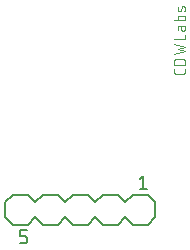
<source format=gto>
G04 EAGLE Gerber RS-274X export*
G75*
%MOMM*%
%FSLAX34Y34*%
%LPD*%
%INTop Silkscreen*%
%IPPOS*%
%AMOC8*
5,1,8,0,0,1.08239X$1,22.5*%
G01*
%ADD10C,0.076200*%
%ADD11C,0.152400*%
%ADD12C,0.127000*%


D10*
X177419Y156958D02*
X177419Y154869D01*
X177417Y154780D01*
X177411Y154692D01*
X177402Y154604D01*
X177389Y154516D01*
X177372Y154429D01*
X177352Y154343D01*
X177327Y154258D01*
X177300Y154173D01*
X177268Y154090D01*
X177234Y154009D01*
X177195Y153929D01*
X177154Y153851D01*
X177109Y153774D01*
X177061Y153700D01*
X177010Y153627D01*
X176956Y153557D01*
X176898Y153490D01*
X176838Y153424D01*
X176776Y153362D01*
X176710Y153302D01*
X176643Y153244D01*
X176573Y153190D01*
X176500Y153139D01*
X176426Y153091D01*
X176349Y153046D01*
X176271Y153005D01*
X176191Y152966D01*
X176110Y152932D01*
X176027Y152900D01*
X175942Y152873D01*
X175857Y152848D01*
X175771Y152828D01*
X175684Y152811D01*
X175596Y152798D01*
X175508Y152789D01*
X175420Y152783D01*
X175331Y152781D01*
X170109Y152781D01*
X170018Y152783D01*
X169927Y152789D01*
X169836Y152799D01*
X169746Y152813D01*
X169657Y152831D01*
X169568Y152852D01*
X169481Y152878D01*
X169395Y152907D01*
X169310Y152940D01*
X169226Y152977D01*
X169144Y153017D01*
X169065Y153061D01*
X168987Y153108D01*
X168911Y153159D01*
X168837Y153213D01*
X168766Y153270D01*
X168698Y153330D01*
X168632Y153393D01*
X168569Y153459D01*
X168509Y153527D01*
X168452Y153598D01*
X168398Y153672D01*
X168347Y153748D01*
X168300Y153825D01*
X168256Y153905D01*
X168216Y153987D01*
X168179Y154071D01*
X168146Y154155D01*
X168117Y154242D01*
X168091Y154329D01*
X168070Y154418D01*
X168052Y154507D01*
X168038Y154597D01*
X168028Y154688D01*
X168022Y154779D01*
X168020Y154870D01*
X168021Y154869D02*
X168021Y156958D01*
X168021Y160732D02*
X177419Y160732D01*
X168021Y160732D02*
X168021Y163342D01*
X168023Y163442D01*
X168029Y163542D01*
X168038Y163641D01*
X168052Y163741D01*
X168069Y163839D01*
X168090Y163937D01*
X168114Y164034D01*
X168143Y164130D01*
X168175Y164225D01*
X168210Y164318D01*
X168249Y164410D01*
X168292Y164501D01*
X168338Y164589D01*
X168388Y164676D01*
X168440Y164761D01*
X168496Y164844D01*
X168555Y164925D01*
X168618Y165003D01*
X168683Y165079D01*
X168751Y165153D01*
X168821Y165223D01*
X168895Y165291D01*
X168971Y165356D01*
X169049Y165419D01*
X169130Y165478D01*
X169213Y165534D01*
X169298Y165586D01*
X169385Y165636D01*
X169473Y165682D01*
X169564Y165725D01*
X169656Y165764D01*
X169749Y165799D01*
X169844Y165831D01*
X169940Y165860D01*
X170037Y165884D01*
X170135Y165905D01*
X170233Y165922D01*
X170333Y165936D01*
X170432Y165945D01*
X170532Y165951D01*
X170632Y165953D01*
X174808Y165953D01*
X174908Y165951D01*
X175008Y165945D01*
X175107Y165936D01*
X175207Y165922D01*
X175305Y165905D01*
X175403Y165884D01*
X175500Y165860D01*
X175596Y165831D01*
X175691Y165799D01*
X175784Y165764D01*
X175876Y165725D01*
X175967Y165682D01*
X176055Y165636D01*
X176142Y165586D01*
X176227Y165534D01*
X176310Y165478D01*
X176391Y165419D01*
X176469Y165356D01*
X176545Y165291D01*
X176619Y165223D01*
X176689Y165153D01*
X176757Y165079D01*
X176822Y165003D01*
X176885Y164925D01*
X176944Y164844D01*
X177000Y164761D01*
X177052Y164676D01*
X177102Y164589D01*
X177148Y164501D01*
X177191Y164410D01*
X177230Y164318D01*
X177265Y164225D01*
X177297Y164130D01*
X177326Y164034D01*
X177350Y163937D01*
X177371Y163839D01*
X177388Y163741D01*
X177402Y163641D01*
X177411Y163542D01*
X177417Y163442D01*
X177419Y163342D01*
X177419Y160732D01*
X177419Y171922D02*
X168021Y169833D01*
X171154Y174010D02*
X177419Y171922D01*
X177419Y176098D02*
X171154Y174010D01*
X168021Y178187D02*
X177419Y176098D01*
X177419Y182085D02*
X168021Y182085D01*
X177419Y182085D02*
X177419Y186262D01*
X173764Y191382D02*
X173764Y193731D01*
X173765Y191382D02*
X173767Y191298D01*
X173773Y191213D01*
X173783Y191130D01*
X173796Y191046D01*
X173814Y190964D01*
X173835Y190882D01*
X173860Y190801D01*
X173888Y190722D01*
X173921Y190644D01*
X173957Y190568D01*
X173996Y190493D01*
X174039Y190420D01*
X174085Y190349D01*
X174134Y190281D01*
X174186Y190215D01*
X174242Y190151D01*
X174300Y190090D01*
X174361Y190032D01*
X174425Y189976D01*
X174491Y189924D01*
X174559Y189875D01*
X174630Y189829D01*
X174703Y189786D01*
X174778Y189747D01*
X174854Y189711D01*
X174932Y189678D01*
X175011Y189650D01*
X175092Y189625D01*
X175174Y189604D01*
X175256Y189586D01*
X175340Y189573D01*
X175423Y189563D01*
X175508Y189557D01*
X175592Y189555D01*
X175676Y189557D01*
X175761Y189563D01*
X175844Y189573D01*
X175928Y189586D01*
X176010Y189604D01*
X176092Y189625D01*
X176173Y189650D01*
X176252Y189678D01*
X176330Y189711D01*
X176406Y189747D01*
X176481Y189786D01*
X176554Y189829D01*
X176625Y189875D01*
X176693Y189924D01*
X176759Y189976D01*
X176823Y190032D01*
X176884Y190090D01*
X176942Y190151D01*
X176998Y190215D01*
X177050Y190281D01*
X177099Y190349D01*
X177145Y190420D01*
X177188Y190493D01*
X177227Y190568D01*
X177263Y190644D01*
X177296Y190722D01*
X177324Y190801D01*
X177349Y190882D01*
X177370Y190964D01*
X177388Y191046D01*
X177401Y191130D01*
X177411Y191213D01*
X177417Y191298D01*
X177419Y191382D01*
X177419Y193731D01*
X172720Y193731D01*
X172643Y193729D01*
X172567Y193723D01*
X172490Y193714D01*
X172414Y193701D01*
X172339Y193684D01*
X172265Y193664D01*
X172192Y193639D01*
X172121Y193612D01*
X172050Y193581D01*
X171982Y193546D01*
X171915Y193508D01*
X171850Y193467D01*
X171787Y193423D01*
X171727Y193376D01*
X171668Y193325D01*
X171613Y193272D01*
X171560Y193217D01*
X171509Y193158D01*
X171462Y193098D01*
X171418Y193035D01*
X171377Y192970D01*
X171339Y192903D01*
X171304Y192835D01*
X171273Y192764D01*
X171246Y192693D01*
X171221Y192620D01*
X171201Y192546D01*
X171184Y192471D01*
X171171Y192395D01*
X171162Y192318D01*
X171156Y192242D01*
X171154Y192165D01*
X171154Y190076D01*
X168021Y198180D02*
X177419Y198180D01*
X177419Y200790D01*
X177417Y200867D01*
X177411Y200943D01*
X177402Y201020D01*
X177389Y201096D01*
X177372Y201171D01*
X177352Y201245D01*
X177327Y201318D01*
X177300Y201389D01*
X177269Y201460D01*
X177234Y201528D01*
X177196Y201595D01*
X177155Y201660D01*
X177111Y201723D01*
X177064Y201783D01*
X177013Y201842D01*
X176960Y201897D01*
X176905Y201950D01*
X176846Y202001D01*
X176786Y202048D01*
X176723Y202092D01*
X176658Y202133D01*
X176591Y202171D01*
X176523Y202206D01*
X176452Y202237D01*
X176381Y202264D01*
X176308Y202289D01*
X176234Y202309D01*
X176159Y202326D01*
X176083Y202339D01*
X176006Y202348D01*
X175930Y202354D01*
X175853Y202356D01*
X175853Y202357D02*
X172720Y202357D01*
X172720Y202356D02*
X172643Y202354D01*
X172567Y202348D01*
X172490Y202339D01*
X172414Y202326D01*
X172339Y202309D01*
X172265Y202289D01*
X172192Y202264D01*
X172121Y202237D01*
X172050Y202206D01*
X171982Y202171D01*
X171915Y202133D01*
X171850Y202092D01*
X171787Y202048D01*
X171727Y202001D01*
X171668Y201950D01*
X171613Y201897D01*
X171560Y201842D01*
X171509Y201783D01*
X171462Y201723D01*
X171418Y201660D01*
X171377Y201595D01*
X171339Y201528D01*
X171304Y201460D01*
X171273Y201389D01*
X171246Y201318D01*
X171221Y201245D01*
X171201Y201171D01*
X171184Y201096D01*
X171171Y201020D01*
X171162Y200943D01*
X171156Y200867D01*
X171154Y200790D01*
X171154Y198180D01*
X173764Y206842D02*
X174808Y209453D01*
X173764Y206842D02*
X173736Y206776D01*
X173703Y206711D01*
X173668Y206648D01*
X173629Y206587D01*
X173587Y206528D01*
X173542Y206472D01*
X173494Y206418D01*
X173443Y206367D01*
X173390Y206318D01*
X173333Y206273D01*
X173275Y206230D01*
X173215Y206191D01*
X173152Y206154D01*
X173087Y206122D01*
X173021Y206093D01*
X172954Y206067D01*
X172885Y206045D01*
X172815Y206027D01*
X172744Y206012D01*
X172673Y206001D01*
X172601Y205994D01*
X172529Y205991D01*
X172457Y205992D01*
X172384Y205997D01*
X172313Y206005D01*
X172241Y206017D01*
X172171Y206033D01*
X172102Y206053D01*
X172033Y206077D01*
X171966Y206104D01*
X171901Y206134D01*
X171837Y206168D01*
X171775Y206206D01*
X171715Y206246D01*
X171658Y206290D01*
X171603Y206337D01*
X171550Y206387D01*
X171501Y206439D01*
X171454Y206494D01*
X171410Y206551D01*
X171369Y206611D01*
X171332Y206673D01*
X171297Y206737D01*
X171267Y206802D01*
X171239Y206869D01*
X171216Y206937D01*
X171196Y207007D01*
X171180Y207077D01*
X171167Y207148D01*
X171159Y207220D01*
X171154Y207292D01*
X171153Y207364D01*
X171154Y207365D02*
X171158Y207516D01*
X171166Y207667D01*
X171177Y207818D01*
X171193Y207969D01*
X171213Y208119D01*
X171236Y208269D01*
X171263Y208418D01*
X171294Y208566D01*
X171329Y208714D01*
X171367Y208860D01*
X171410Y209006D01*
X171456Y209150D01*
X171505Y209293D01*
X171558Y209435D01*
X171615Y209575D01*
X171676Y209714D01*
X174808Y209453D02*
X174836Y209519D01*
X174869Y209584D01*
X174904Y209647D01*
X174943Y209708D01*
X174985Y209767D01*
X175030Y209823D01*
X175078Y209877D01*
X175129Y209928D01*
X175182Y209977D01*
X175239Y210023D01*
X175297Y210065D01*
X175357Y210104D01*
X175420Y210141D01*
X175485Y210173D01*
X175551Y210202D01*
X175618Y210228D01*
X175687Y210250D01*
X175757Y210268D01*
X175828Y210283D01*
X175899Y210294D01*
X175971Y210301D01*
X176043Y210304D01*
X176115Y210303D01*
X176188Y210298D01*
X176259Y210290D01*
X176331Y210278D01*
X176401Y210262D01*
X176470Y210242D01*
X176539Y210218D01*
X176606Y210191D01*
X176671Y210161D01*
X176735Y210127D01*
X176797Y210089D01*
X176857Y210049D01*
X176914Y210005D01*
X176969Y209958D01*
X177022Y209908D01*
X177071Y209856D01*
X177118Y209801D01*
X177162Y209744D01*
X177203Y209684D01*
X177240Y209622D01*
X177275Y209558D01*
X177305Y209493D01*
X177333Y209426D01*
X177356Y209358D01*
X177376Y209288D01*
X177392Y209218D01*
X177405Y209147D01*
X177413Y209075D01*
X177418Y209003D01*
X177419Y208931D01*
X177414Y208721D01*
X177403Y208512D01*
X177388Y208303D01*
X177368Y208095D01*
X177342Y207887D01*
X177312Y207680D01*
X177277Y207473D01*
X177237Y207268D01*
X177193Y207063D01*
X177143Y206860D01*
X177089Y206657D01*
X177029Y206456D01*
X176966Y206257D01*
X176897Y206059D01*
D11*
X146050Y25400D02*
X133350Y25400D01*
X127000Y31750D01*
X127000Y44450D02*
X133350Y50800D01*
X127000Y31750D02*
X120650Y25400D01*
X107950Y25400D01*
X101600Y31750D01*
X101600Y44450D02*
X107950Y50800D01*
X120650Y50800D01*
X127000Y44450D01*
X152400Y44450D02*
X152400Y31750D01*
X146050Y25400D01*
X152400Y44450D02*
X146050Y50800D01*
X133350Y50800D01*
X101600Y31750D02*
X95250Y25400D01*
X82550Y25400D01*
X76200Y31750D01*
X76200Y44450D02*
X82550Y50800D01*
X95250Y50800D01*
X101600Y44450D01*
X69850Y25400D02*
X57150Y25400D01*
X50800Y31750D01*
X50800Y44450D02*
X57150Y50800D01*
X50800Y31750D02*
X44450Y25400D01*
X31750Y25400D01*
X25400Y31750D01*
X25400Y44450D01*
X31750Y50800D01*
X44450Y50800D01*
X50800Y44450D01*
X69850Y25400D02*
X76200Y31750D01*
X76200Y44450D02*
X69850Y50800D01*
X57150Y50800D01*
D12*
X139065Y64135D02*
X142240Y66675D01*
X142240Y55245D01*
X139065Y55245D02*
X145415Y55245D01*
X41275Y9525D02*
X37465Y9525D01*
X41275Y9525D02*
X41375Y9527D01*
X41474Y9533D01*
X41574Y9543D01*
X41672Y9556D01*
X41771Y9574D01*
X41868Y9595D01*
X41964Y9620D01*
X42060Y9649D01*
X42154Y9682D01*
X42247Y9718D01*
X42338Y9758D01*
X42428Y9802D01*
X42516Y9849D01*
X42602Y9899D01*
X42686Y9953D01*
X42768Y10010D01*
X42847Y10070D01*
X42925Y10134D01*
X42999Y10200D01*
X43071Y10269D01*
X43140Y10341D01*
X43206Y10415D01*
X43270Y10493D01*
X43330Y10572D01*
X43387Y10654D01*
X43441Y10738D01*
X43491Y10824D01*
X43538Y10912D01*
X43582Y11002D01*
X43622Y11093D01*
X43658Y11186D01*
X43691Y11280D01*
X43720Y11376D01*
X43745Y11472D01*
X43766Y11569D01*
X43784Y11668D01*
X43797Y11766D01*
X43807Y11866D01*
X43813Y11965D01*
X43815Y12065D01*
X43815Y13335D01*
X43813Y13435D01*
X43807Y13534D01*
X43797Y13634D01*
X43784Y13732D01*
X43766Y13831D01*
X43745Y13928D01*
X43720Y14024D01*
X43691Y14120D01*
X43658Y14214D01*
X43622Y14307D01*
X43582Y14398D01*
X43538Y14488D01*
X43491Y14576D01*
X43441Y14662D01*
X43387Y14746D01*
X43330Y14828D01*
X43270Y14907D01*
X43206Y14985D01*
X43140Y15059D01*
X43071Y15131D01*
X42999Y15200D01*
X42925Y15266D01*
X42847Y15330D01*
X42768Y15390D01*
X42686Y15447D01*
X42602Y15501D01*
X42516Y15551D01*
X42428Y15598D01*
X42338Y15642D01*
X42247Y15682D01*
X42154Y15718D01*
X42060Y15751D01*
X41964Y15780D01*
X41868Y15805D01*
X41771Y15826D01*
X41672Y15844D01*
X41574Y15857D01*
X41474Y15867D01*
X41375Y15873D01*
X41275Y15875D01*
X37465Y15875D01*
X37465Y20955D01*
X43815Y20955D01*
M02*

</source>
